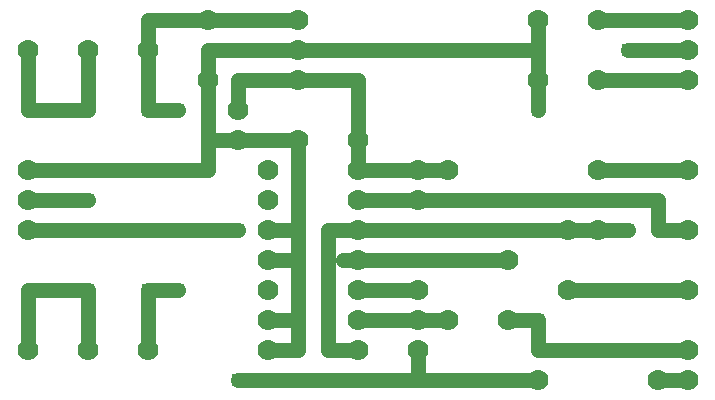
<source format=gbl>
G75*
%MOIN*%
%OFA0B0*%
%FSLAX25Y25*%
%IPPOS*%
%LPD*%
%AMOC8*
5,1,8,0,0,1.08239X$1,22.5*
%
%ADD10C,0.07000*%
%ADD11C,0.05000*%
%ADD12R,0.03962X0.03962*%
D10*
X0181256Y0052127D03*
X0201256Y0052127D03*
X0221256Y0052127D03*
X0261256Y0052127D03*
X0261256Y0062127D03*
X0261256Y0072127D03*
X0261256Y0082127D03*
X0261256Y0092127D03*
X0261256Y0102127D03*
X0261256Y0112127D03*
X0271256Y0122127D03*
X0291256Y0122127D03*
X0291256Y0112127D03*
X0291256Y0102127D03*
X0291256Y0092127D03*
X0291256Y0082127D03*
X0291256Y0072127D03*
X0291256Y0062127D03*
X0291256Y0052127D03*
X0311256Y0052127D03*
X0311256Y0062127D03*
X0321256Y0062127D03*
X0311256Y0072127D03*
X0341256Y0082127D03*
X0361256Y0092127D03*
X0371256Y0092127D03*
X0401256Y0092127D03*
X0401256Y0112127D03*
X0371256Y0112127D03*
X0321256Y0112127D03*
X0311256Y0112127D03*
X0311256Y0102127D03*
X0361256Y0072127D03*
X0341256Y0062127D03*
X0351256Y0042127D03*
X0391256Y0042127D03*
X0401256Y0042127D03*
X0401256Y0052127D03*
X0401256Y0072127D03*
X0401256Y0142127D03*
X0401256Y0152127D03*
X0401256Y0162127D03*
X0371256Y0162127D03*
X0351256Y0162127D03*
X0351256Y0142127D03*
X0371256Y0142127D03*
X0271256Y0142127D03*
X0271256Y0152127D03*
X0271256Y0162127D03*
X0241256Y0162127D03*
X0221256Y0152127D03*
X0201256Y0152127D03*
X0181256Y0152127D03*
X0241256Y0142127D03*
X0251256Y0132127D03*
X0251256Y0122127D03*
X0181256Y0112127D03*
X0181256Y0102127D03*
X0181256Y0092127D03*
D11*
X0251256Y0092127D01*
X0261256Y0092127D02*
X0271256Y0092127D01*
X0271256Y0082127D01*
X0271256Y0062127D01*
X0271256Y0052127D01*
X0261256Y0052127D01*
X0261256Y0062127D02*
X0271256Y0062127D01*
X0281256Y0052127D02*
X0291256Y0052127D01*
X0281256Y0052127D02*
X0281256Y0092127D01*
X0291256Y0092127D01*
X0361256Y0092127D01*
X0381256Y0092127D01*
X0391256Y0092127D02*
X0401256Y0092127D01*
X0391256Y0092127D02*
X0391256Y0102127D01*
X0311256Y0102127D01*
X0291256Y0102127D01*
X0291256Y0112127D02*
X0291256Y0122127D01*
X0291256Y0142127D01*
X0271256Y0142127D01*
X0251256Y0142127D01*
X0251256Y0132127D01*
X0251256Y0122127D02*
X0241256Y0122127D01*
X0241256Y0142127D01*
X0241256Y0152127D01*
X0271256Y0152127D01*
X0351256Y0152127D01*
X0351256Y0142127D01*
X0351256Y0132127D01*
X0371256Y0142127D02*
X0401256Y0142127D01*
X0401256Y0152127D02*
X0381256Y0152127D01*
X0371256Y0162127D02*
X0401256Y0162127D01*
X0351256Y0162127D02*
X0351256Y0152127D01*
X0371256Y0112127D02*
X0401256Y0112127D01*
X0341256Y0082127D02*
X0291256Y0082127D01*
X0286256Y0082127D01*
X0271256Y0082127D02*
X0261256Y0082127D01*
X0271256Y0092127D02*
X0271256Y0122127D01*
X0251256Y0122127D01*
X0241256Y0112127D02*
X0241256Y0142127D01*
X0231256Y0132127D02*
X0221256Y0132127D01*
X0221256Y0152127D01*
X0221256Y0162127D01*
X0241256Y0162127D01*
X0271256Y0162127D01*
X0271256Y0142127D02*
X0276256Y0142127D01*
X0291256Y0112127D02*
X0301256Y0112127D01*
X0311256Y0112127D01*
X0301256Y0112127D02*
X0321256Y0112127D01*
X0311256Y0072127D02*
X0301256Y0072127D01*
X0291256Y0072127D01*
X0291256Y0062127D02*
X0321256Y0062127D01*
X0311256Y0062127D01*
X0311256Y0052127D02*
X0311256Y0047127D01*
X0311256Y0052127D01*
X0311256Y0052127D01*
X0311256Y0052127D01*
X0311256Y0052127D01*
X0311256Y0047127D02*
X0311256Y0042127D01*
X0351256Y0042127D01*
X0251256Y0042127D01*
X0221256Y0052127D02*
X0221256Y0072127D01*
X0231256Y0072127D01*
X0201256Y0072127D02*
X0191256Y0072127D01*
X0181256Y0072127D01*
X0181256Y0052127D01*
X0201256Y0052127D02*
X0201256Y0072127D01*
X0201256Y0102127D02*
X0181256Y0102127D01*
X0181256Y0112127D02*
X0191256Y0112127D01*
X0201256Y0112127D01*
X0241256Y0112127D01*
X0201256Y0132127D02*
X0191256Y0132127D01*
X0181256Y0132127D01*
X0181256Y0152127D01*
X0201256Y0152127D02*
X0201256Y0132127D01*
X0341256Y0062127D02*
X0351256Y0062127D01*
X0351256Y0052127D01*
X0401256Y0052127D01*
X0401256Y0042127D02*
X0391256Y0042127D01*
X0401256Y0072127D02*
X0361256Y0072127D01*
D12*
X0351256Y0062127D03*
X0301256Y0072127D03*
X0251256Y0092127D03*
X0231256Y0072127D03*
X0221256Y0072127D03*
X0201256Y0072127D03*
X0191256Y0072127D03*
X0191256Y0102127D03*
X0201256Y0102127D03*
X0201256Y0112127D03*
X0191256Y0112127D03*
X0191256Y0132127D03*
X0201256Y0132127D03*
X0221256Y0132127D03*
X0231256Y0132127D03*
X0301256Y0112127D03*
X0351256Y0132127D03*
X0381256Y0152127D03*
X0381256Y0092127D03*
X0251256Y0042127D03*
M02*

</source>
